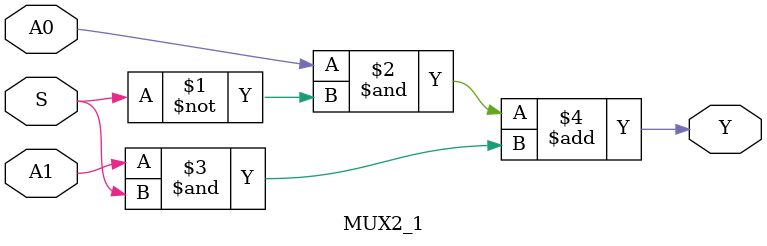
<source format=v>
module MUX2_1(input A0, input A1, input S, output Y);
	assign Y = (A0 & ~S) + (A1 & S);
	
endmodule
</source>
